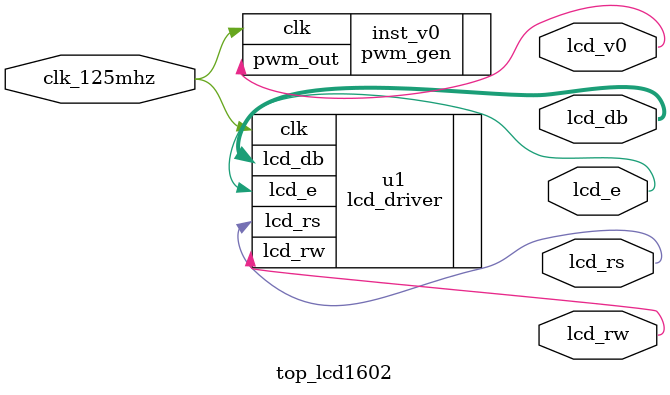
<source format=v>
module top_lcd1602(
    input  wire clk_125mhz,
    output wire [7:0] lcd_db,
    output wire lcd_rs,
    output wire lcd_rw,
    output wire lcd_v0,
    output wire lcd_e
);

    pwm_gen inst_v0 (
        .clk(clk_125mhz),
        .pwm_out(lcd_v0)
    );

    lcd_driver u1 (
        .clk(clk_125mhz),
        .lcd_db(lcd_db),
        .lcd_rs(lcd_rs),
        .lcd_rw(lcd_rw),
        .lcd_e(lcd_e)
    );

endmodule

</source>
